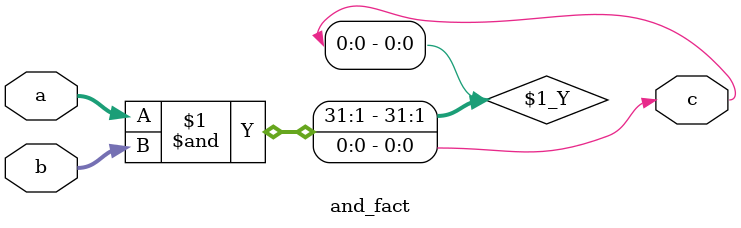
<source format=v>
`timescale 1ns / 1ps


module and_fact #(parameter WIDTH = 32)(
    input [WIDTH - 1:0] a, b,
    output wire c
    );
    
    assign c = a & b;
endmodule

</source>
